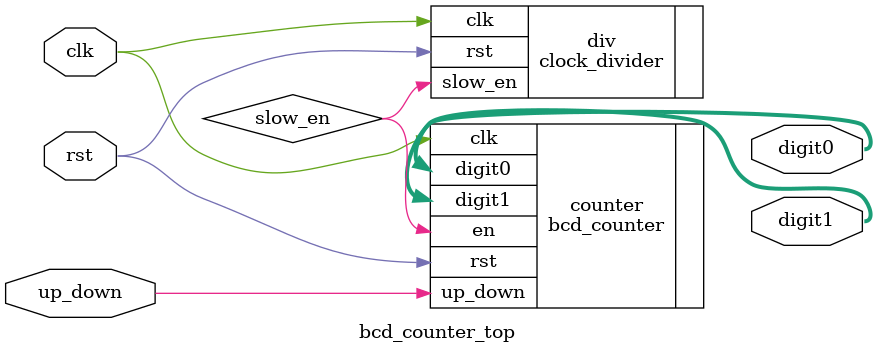
<source format=v>
`default_nettype none


module bcd_counter_top (
    input wire clk,           // Fast clock (e.g., 100 MHz)
    input wire rst,           // Synchronous reset
    input wire up_down,       // 1 for up, 0 for down
    output wire [3:0] digit1, // Tens digit (BCD)
    output wire [3:0] digit0  // Units digit (BCD)
);

    wire slow_en;
    clock_divider div (
        .clk(clk),
        .rst(rst),
        .slow_en(slow_en)
    );

    bcd_counter counter (
        .clk(clk),
        .rst(rst),
        .en(slow_en), // Use divided clock enable
        .up_down(up_down),
        .digit1(digit1),
        .digit0(digit0)
    );

endmodule


</source>
